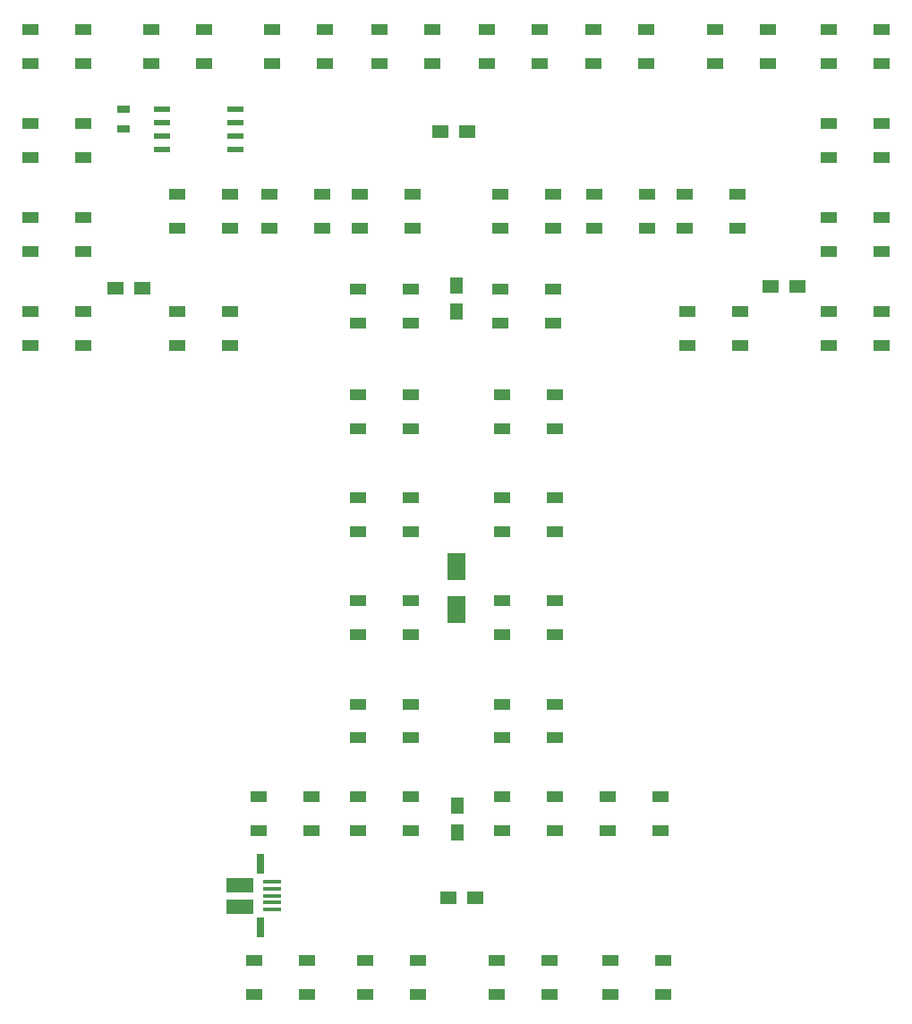
<source format=gbr>
G04 #@! TF.GenerationSoftware,KiCad,Pcbnew,(5.0.0)*
G04 #@! TF.CreationDate,2020-03-01T19:28:45-05:00*
G04 #@! TF.ProjectId,WS2812B Tiny T,575332383132422054696E7920542E6B,rev?*
G04 #@! TF.SameCoordinates,Original*
G04 #@! TF.FileFunction,Paste,Top*
G04 #@! TF.FilePolarity,Positive*
%FSLAX46Y46*%
G04 Gerber Fmt 4.6, Leading zero omitted, Abs format (unit mm)*
G04 Created by KiCad (PCBNEW (5.0.0)) date 03/01/20 19:28:45*
%MOMM*%
%LPD*%
G01*
G04 APERTURE LIST*
%ADD10R,1.600000X1.000000*%
%ADD11R,1.500000X1.250000*%
%ADD12R,1.250000X1.500000*%
%ADD13R,1.300000X0.700000*%
%ADD14R,1.550000X0.600000*%
%ADD15R,1.800000X2.500000*%
%ADD16R,2.500000X1.425000*%
%ADD17R,0.700000X1.825000*%
%ADD18R,1.750000X0.400000*%
G04 APERTURE END LIST*
D10*
G04 #@! TO.C,U1*
X87162000Y-85712500D03*
X87162000Y-88912500D03*
X92162000Y-85712500D03*
X92162000Y-88912500D03*
G04 #@! TD*
G04 #@! TO.C,U2*
X92162000Y-80022500D03*
X92162000Y-76822500D03*
X87162000Y-80022500D03*
X87162000Y-76822500D03*
G04 #@! TD*
G04 #@! TO.C,U3*
X87162000Y-67932500D03*
X87162000Y-71132500D03*
X92162000Y-67932500D03*
X92162000Y-71132500D03*
G04 #@! TD*
G04 #@! TO.C,U4*
X92162000Y-62242500D03*
X92162000Y-59042500D03*
X87162000Y-62242500D03*
X87162000Y-59042500D03*
G04 #@! TD*
G04 #@! TO.C,U5*
X98592000Y-59042500D03*
X98592000Y-62242500D03*
X103592000Y-59042500D03*
X103592000Y-62242500D03*
G04 #@! TD*
G04 #@! TO.C,U6*
X115022000Y-62242500D03*
X115022000Y-59042500D03*
X110022000Y-62242500D03*
X110022000Y-59042500D03*
G04 #@! TD*
G04 #@! TO.C,U7*
X120182000Y-59042500D03*
X120182000Y-62242500D03*
X125182000Y-59042500D03*
X125182000Y-62242500D03*
G04 #@! TD*
G04 #@! TO.C,U8*
X135342000Y-62242500D03*
X135342000Y-59042500D03*
X130342000Y-62242500D03*
X130342000Y-59042500D03*
G04 #@! TD*
G04 #@! TO.C,U9*
X140462000Y-59042500D03*
X140462000Y-62242500D03*
X145462000Y-59042500D03*
X145462000Y-62242500D03*
G04 #@! TD*
G04 #@! TO.C,U10*
X156932000Y-62242500D03*
X156932000Y-59042500D03*
X151932000Y-62242500D03*
X151932000Y-59042500D03*
G04 #@! TD*
G04 #@! TO.C,U11*
X162727000Y-59042500D03*
X162727000Y-62242500D03*
X167727000Y-59042500D03*
X167727000Y-62242500D03*
G04 #@! TD*
G04 #@! TO.C,U12*
X167727000Y-71132500D03*
X167727000Y-67932500D03*
X162727000Y-71132500D03*
X162727000Y-67932500D03*
G04 #@! TD*
G04 #@! TO.C,U13*
X162727000Y-76822500D03*
X162727000Y-80022500D03*
X167727000Y-76822500D03*
X167727000Y-80022500D03*
G04 #@! TD*
G04 #@! TO.C,U15*
X154301000Y-88912500D03*
X154301000Y-85712500D03*
X149301000Y-88912500D03*
X149301000Y-85712500D03*
G04 #@! TD*
G04 #@! TO.C,U16*
X149098000Y-74622500D03*
X149098000Y-77822500D03*
X154098000Y-74622500D03*
X154098000Y-77822500D03*
G04 #@! TD*
G04 #@! TO.C,U17*
X145502000Y-77822500D03*
X145502000Y-74622500D03*
X140502000Y-77822500D03*
X140502000Y-74622500D03*
G04 #@! TD*
G04 #@! TO.C,U18*
X131612000Y-74622500D03*
X131612000Y-77822500D03*
X136612000Y-74622500D03*
X136612000Y-77822500D03*
G04 #@! TD*
G04 #@! TO.C,U19*
X136612000Y-86822500D03*
X136612000Y-83622500D03*
X131612000Y-86822500D03*
X131612000Y-83622500D03*
G04 #@! TD*
G04 #@! TO.C,U20*
X131812000Y-93622500D03*
X131812000Y-96822500D03*
X136812000Y-93622500D03*
X136812000Y-96822500D03*
G04 #@! TD*
G04 #@! TO.C,U21*
X131812000Y-103372000D03*
X131812000Y-106572000D03*
X136812000Y-103372000D03*
X136812000Y-106572000D03*
G04 #@! TD*
G04 #@! TO.C,U22*
X136812000Y-116322000D03*
X136812000Y-113122000D03*
X131812000Y-116322000D03*
X131812000Y-113122000D03*
G04 #@! TD*
G04 #@! TO.C,U23*
X131812000Y-122872000D03*
X131812000Y-126072000D03*
X136812000Y-122872000D03*
X136812000Y-126072000D03*
G04 #@! TD*
G04 #@! TO.C,U24*
X136812000Y-134822000D03*
X136812000Y-131622000D03*
X131812000Y-134822000D03*
X131812000Y-131622000D03*
G04 #@! TD*
G04 #@! TO.C,U25*
X141772000Y-131622000D03*
X141772000Y-134822000D03*
X146772000Y-131622000D03*
X146772000Y-134822000D03*
G04 #@! TD*
G04 #@! TO.C,U26*
X147062000Y-150322000D03*
X147062000Y-147122000D03*
X142062000Y-150322000D03*
X142062000Y-147122000D03*
G04 #@! TD*
G04 #@! TO.C,U27*
X131312000Y-147122000D03*
X131312000Y-150322000D03*
X136312000Y-147122000D03*
X136312000Y-150322000D03*
G04 #@! TD*
G04 #@! TO.C,U28*
X123812000Y-150322000D03*
X123812000Y-147122000D03*
X118812000Y-150322000D03*
X118812000Y-147122000D03*
G04 #@! TD*
G04 #@! TO.C,U29*
X108312000Y-147122000D03*
X108312000Y-150322000D03*
X113312000Y-147122000D03*
X113312000Y-150322000D03*
G04 #@! TD*
G04 #@! TO.C,U30*
X113812000Y-134822000D03*
X113812000Y-131622000D03*
X108812000Y-134822000D03*
X108812000Y-131622000D03*
G04 #@! TD*
G04 #@! TO.C,U31*
X118142000Y-131622000D03*
X118142000Y-134822000D03*
X123142000Y-131622000D03*
X123142000Y-134822000D03*
G04 #@! TD*
G04 #@! TO.C,U32*
X123142000Y-126072000D03*
X123142000Y-122872000D03*
X118142000Y-126072000D03*
X118142000Y-122872000D03*
G04 #@! TD*
G04 #@! TO.C,U33*
X118142000Y-113122000D03*
X118142000Y-116322000D03*
X123142000Y-113122000D03*
X123142000Y-116322000D03*
G04 #@! TD*
G04 #@! TO.C,U34*
X123142000Y-106572000D03*
X123142000Y-103372000D03*
X118142000Y-106572000D03*
X118142000Y-103372000D03*
G04 #@! TD*
G04 #@! TO.C,U35*
X118142000Y-93622500D03*
X118142000Y-96822500D03*
X123142000Y-93622500D03*
X123142000Y-96822500D03*
G04 #@! TD*
G04 #@! TO.C,U36*
X123142000Y-86822500D03*
X123142000Y-83622500D03*
X118142000Y-86822500D03*
X118142000Y-83622500D03*
G04 #@! TD*
G04 #@! TO.C,U37*
X118312000Y-74622500D03*
X118312000Y-77822500D03*
X123312000Y-74622500D03*
X123312000Y-77822500D03*
G04 #@! TD*
G04 #@! TO.C,U38*
X114812000Y-77822500D03*
X114812000Y-74622500D03*
X109812000Y-77822500D03*
X109812000Y-74622500D03*
G04 #@! TD*
G04 #@! TO.C,U39*
X101062000Y-74622500D03*
X101062000Y-77822500D03*
X106062000Y-74622500D03*
X106062000Y-77822500D03*
G04 #@! TD*
G04 #@! TO.C,U14*
X162687000Y-85712500D03*
X162687000Y-88912500D03*
X167687000Y-85712500D03*
X167687000Y-88912500D03*
G04 #@! TD*
D11*
G04 #@! TO.C,C3*
X126750000Y-141200000D03*
X129250000Y-141200000D03*
G04 #@! TD*
G04 #@! TO.C,C4*
X128500000Y-68750000D03*
X126000000Y-68750000D03*
G04 #@! TD*
G04 #@! TO.C,C5*
X97770000Y-83553300D03*
X95270000Y-83553300D03*
G04 #@! TD*
D12*
G04 #@! TO.C,C6*
X127500000Y-83250000D03*
X127500000Y-85750000D03*
G04 #@! TD*
D11*
G04 #@! TO.C,C7*
X157246000Y-83400900D03*
X159746000Y-83400900D03*
G04 #@! TD*
D12*
G04 #@! TO.C,C8*
X127600000Y-135000000D03*
X127600000Y-132500000D03*
G04 #@! TD*
D10*
G04 #@! TO.C,U40*
X101062000Y-85722500D03*
X101062000Y-88922500D03*
X106062000Y-85722500D03*
X106062000Y-88922500D03*
G04 #@! TD*
D13*
G04 #@! TO.C,R1*
X96000000Y-66600000D03*
X96000000Y-68500000D03*
G04 #@! TD*
D14*
G04 #@! TO.C,MCU1*
X99600000Y-66595000D03*
X99600000Y-67865000D03*
X99600000Y-69135000D03*
X99600000Y-70405000D03*
X106600000Y-70405000D03*
X106600000Y-69135000D03*
X106600000Y-67865000D03*
X106600000Y-66600000D03*
G04 #@! TD*
D15*
G04 #@! TO.C,D1*
X127500000Y-109900000D03*
X127500000Y-113900000D03*
G04 #@! TD*
D16*
G04 #@! TO.C,USB1*
X107000000Y-142000000D03*
D17*
X108960000Y-138010000D03*
D18*
X110075000Y-139700000D03*
X110075000Y-140350000D03*
X110075000Y-141000000D03*
X110075000Y-141650000D03*
X110075000Y-142300000D03*
D17*
X108960000Y-143990000D03*
D16*
X107000000Y-140000000D03*
G04 #@! TD*
M02*

</source>
